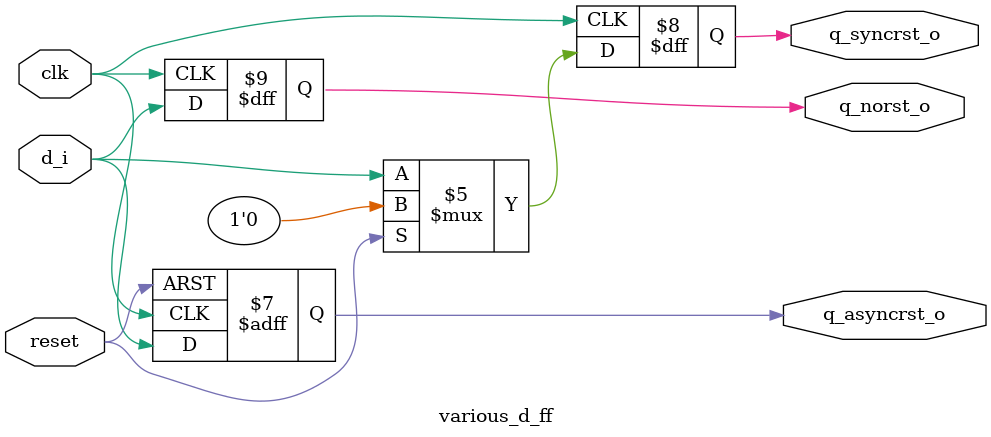
<source format=v>



module various_d_ff(input clk,reset,d_i,
					output reg q_norst_o,q_asyncrst_o,
					q_syncrst_o);

	always @(posedge clk)
		begin
		q_norst_o<=d_i;
		end
	always @(posedge clk)
		begin
		if(reset)
		q_syncrst_o<=0;
		else
		q_syncrst_o<=d_i;
		end
	always @(posedge clk , posedge reset)
		begin
		if(reset)
		q_asyncrst_o<=0;
		else
		q_asyncrst_o<=d_i;
		end
endmodule

</source>
